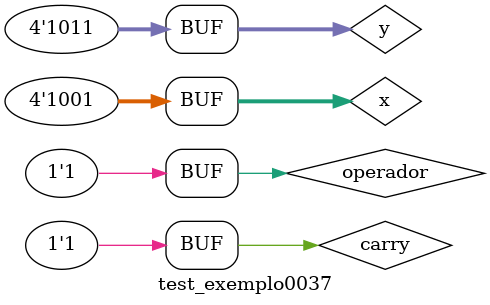
<source format=v>



module FullAdder(s, carryOut, x, y, carryIn);
  output s, carryOut;
  input x, y, carryIn;
  wire a, b, c;

//-- portas 
  xor (a, x, y);
  xor (s, a, carryIn);   
  and (b, x, y);
  and (c, a, carryIn);
  or (carryOut, c, b);
  
endmodule //--FullAdder

// ------------------------- 
// somador
// ------------------------- 

module somador(s, carryOut, x, y, carryIn);
  output [3:0] s;
  output carryOut;
  input  [3:0] x, y;
  input carryIn;
  
  wire c1, c2, c3, z1, z2, z3, z4, z5;
  
  //--portas 
  xor (z1, y[0] , carryIn);
  xor (z2, y[1] , carryIn);
  xor (z3, y[2] , carryIn);
  xor (z4, y[3] , carryIn);
  FullAdder FULLADDER0(s[0], c1, x[0], z1, carryIn);
  FullAdder FULLADDER1(s[1], c2, x[1], z2, c1);
  FullAdder FULLADDER2(s[2], c3, x[2], z3, c2);
  FullAdder FULLADDER3(s[3], z5, x[3], z4, c3);
  xor (carryOut, z5 , carryIn);
  
endmodule //--somador

 module verificarSeE0(output s , input [3:0] a);
 
 wire tmp0,tmp1,tmp2,tmp3;
 
 nor NOR0( tmp0 , 0 , a[0]);
 nor NOR1( tmp1 , 0 , a[1]);
 nor NOR2( tmp2 , 0 , a[2]);
 nor NOR3( tmp3 , 0 , a[3]);
 
 assign s = tmp0 & tmp1 & tmp2 & tmp3;
 
endmodule //-- FIm testa se e 0

// ------------------------- 
//  Soma e Subs
// -------------------------

module somaSubs( output [3:0] s , input [3:0] a , input operador );

wire carryOut;

somador SOMADOR0( s , carryOut , a , 0001 , operador );


endmodule //-- Fim SomaSub



module test_exemplo0037; 
// ------------------------- definir dados 
reg [3:0] x;
 
reg [3:0] y; 
reg operador;
reg carry; 
wire [3:0] soma , xPlus1;
wire carryOut , resp; 

//-- operador 1 pois e uma subtracao

somaSubs SOMASUBS1(xPlus1 , x ,  operador );
somador SOMADOR0(soma, carryOut, x, y, carry);

//-- VErificar se o resultado e 0
verificarSeE0 VERIFICAR0(resp, soma);

// ------------------------- parte principal 
  initial
  begin
  $display("Exemplo0037 - Alvaro Henrique de Araujo Rungue - 395487"); 
  $display("Test Exemplo0037: \n"); 
  
  //--Testes
  $monitor($time," x = %b , x +/- 1 = %b , Operador = %b , y = %b carryIn = %b * carry out = %b soma = %b *** Verificacao se e 0 : %b\n",x , xPlus1 , operador , y, carry,carryOut,soma,resp );
  end
  
  // Entradas
  initial
  begin
  x = 4'b0010;y = 4'b0100; carry = 1'b0; operador = 1'b0;


  #5 x = 4'b0001;y = 4'b1111;
  #5 x = 4'b0011;y = 4'b1011;
  #5 x = 4'b0001;y = 4'b1011;
  #5 x = 4'b0001;y = 4'b1011;
  
  $display("\n"); 
   #5 x = 4'b0010;y = 4'b0100;carry = 1'b1; operador = 1'b1;
   #5 x = 4'b1001;y = 4'b1111;
   #5 x = 4'b0011;y = 4'b1011;
   #5 x = 4'b0101;y = 4'b1011;
   #5 x = 4'b1001;y = 4'b1011;

  end
endmodule // --test
</source>
